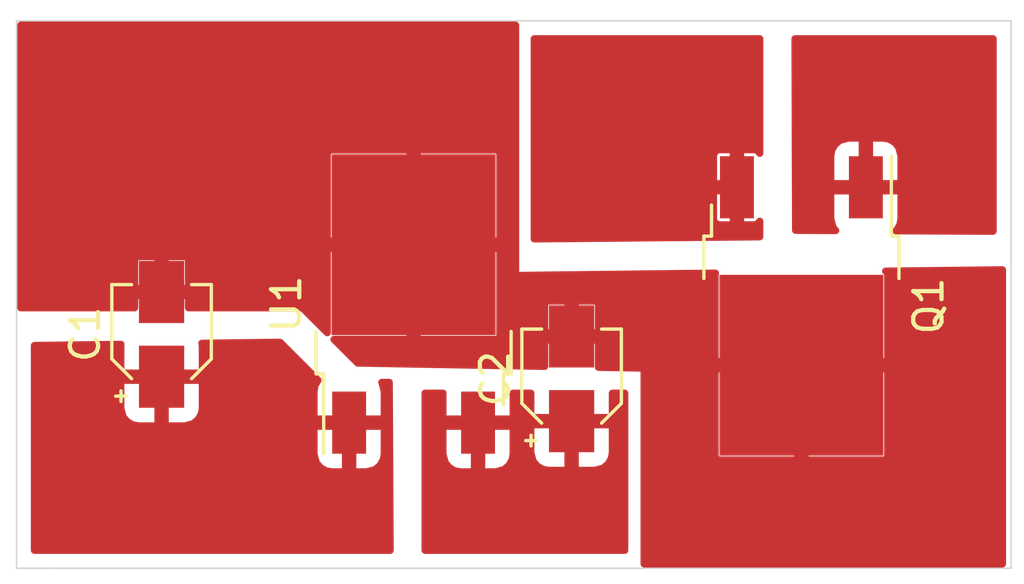
<source format=kicad_pcb>
(kicad_pcb (version 20200119) (host pcbnew "(5.99.0-1452-gb67f18b39)")

  (general
    (thickness 1.6)
    (drawings 6)
    (tracks 0)
    (modules 4)
    (nets 6)
  )

  (page "A4")
  (layers
    (0 "F.Cu" signal)
    (31 "B.Cu" signal)
    (32 "B.Adhes" user)
    (33 "F.Adhes" user)
    (34 "B.Paste" user)
    (35 "F.Paste" user)
    (36 "B.SilkS" user)
    (37 "F.SilkS" user)
    (38 "B.Mask" user)
    (39 "F.Mask" user)
    (40 "Dwgs.User" user)
    (41 "Cmts.User" user)
    (42 "Eco1.User" user)
    (43 "Eco2.User" user)
    (44 "Edge.Cuts" user)
    (45 "Margin" user)
    (46 "B.CrtYd" user)
    (47 "F.CrtYd" user)
    (48 "B.Fab" user)
    (49 "F.Fab" user)
  )

  (setup
    (last_trace_width 0.25)
    (trace_clearance 0.2)
    (zone_clearance 0.508)
    (zone_45_only no)
    (trace_min 0.2)
    (via_size 0.8)
    (via_drill 0.4)
    (via_min_size 0.4)
    (via_min_drill 0.3)
    (uvia_size 0.3)
    (uvia_drill 0.1)
    (uvias_allowed no)
    (uvia_min_size 0.2)
    (uvia_min_drill 0.1)
    (max_error 0.005)
    (defaults
      (edge_clearance 0.01)
      (edge_cuts_line_width 0.05)
      (courtyard_line_width 0.05)
      (copper_line_width 0.2)
      (copper_text_dims (size 1.5 1.5) (thickness 0.3))
      (silk_line_width 0.12)
      (silk_text_dims (size 1 1) (thickness 0.15))
      (other_layers_line_width 0.1)
      (other_layers_text_dims (size 1 1) (thickness 0.15))
      (dimension_units 0)
      (dimension_precision 1)
    )
    (pad_size 2.2 1.2)
    (pad_drill 0)
    (pad_to_mask_clearance 0.05)
    (aux_axis_origin 0 0)
    (visible_elements FFFFFF7F)
    (pcbplotparams
      (layerselection 0x01000_ffffffff)
      (usegerberextensions false)
      (usegerberattributes true)
      (usegerberadvancedattributes true)
      (creategerberjobfile true)
      (svguseinch false)
      (svgprecision 6)
      (excludeedgelayer true)
      (linewidth 0.100000)
      (plotframeref false)
      (viasonmask false)
      (mode 1)
      (useauxorigin false)
      (hpglpennumber 1)
      (hpglpenspeed 20)
      (hpglpendiameter 15.000000)
      (psnegative false)
      (psa4output false)
      (plotreference true)
      (plotvalue true)
      (plotinvisibletext false)
      (padsonsilk false)
      (subtractmaskfromsilk false)
      (outputformat 1)
      (mirror false)
      (drillshape 0)
      (scaleselection 1)
      (outputdirectory "Gerbers")
    )
  )

  (net 0 "")
  (net 1 "GND")
  (net 2 "+BATT")
  (net 3 "+5V")
  (net 4 "LOAD")
  (net 5 "PWM")

  (net_class "Default" "This is the default net class."
    (clearance 0.2)
    (trace_width 0.25)
    (via_dia 0.8)
    (via_drill 0.4)
    (uvia_dia 0.3)
    (uvia_drill 0.1)
    (add_net "+5V")
    (add_net "+BATT")
    (add_net "GND")
    (add_net "LOAD")
    (add_net "PWM")
  )

  (module "Package_TO_SOT_SMD:TO-252-2" (layer "F.Cu") (tedit 5A70A390) (tstamp a38922ab-7d44-4e2a-9e45-b207570dae5b)
    (at 152.8816 70.91 90)
    (descr "TO-252 / DPAK SMD package, http://www.infineon.com/cms/en/product/packages/PG-TO252/PG-TO252-3-1/")
    (tags "DPAK TO-252 DPAK-3 TO-252-3 SOT-428")
    (path "/00000000-0000-0000-0000-00005f23be29")
    (attr smd)
    (fp_text reference "U1" (at 0 -4.5 90) (layer "F.SilkS")
      (effects (font (size 1 1) (thickness 0.15)))
    )
    (fp_text value "LM7805CT_Obsolete" (at 0 4.5 90) (layer "F.Fab")
      (effects (font (size 1 1) (thickness 0.15)))
    )
    (fp_line (start 3.95 -2.7) (end 4.95 -2.7) (layer "F.Fab") (width 0.1))
    (fp_line (start 4.95 -2.7) (end 4.95 2.7) (layer "F.Fab") (width 0.1))
    (fp_line (start 4.95 2.7) (end 3.95 2.7) (layer "F.Fab") (width 0.1))
    (fp_line (start 3.95 -3.25) (end 3.95 3.25) (layer "F.Fab") (width 0.1))
    (fp_line (start 3.95 3.25) (end -2.27 3.25) (layer "F.Fab") (width 0.1))
    (fp_line (start -2.27 3.25) (end -2.27 -2.25) (layer "F.Fab") (width 0.1))
    (fp_line (start -2.27 -2.25) (end -1.27 -3.25) (layer "F.Fab") (width 0.1))
    (fp_line (start -1.27 -3.25) (end 3.95 -3.25) (layer "F.Fab") (width 0.1))
    (fp_line (start -1.865 -2.655) (end -4.97 -2.655) (layer "F.Fab") (width 0.1))
    (fp_line (start -4.97 -2.655) (end -4.97 -1.905) (layer "F.Fab") (width 0.1))
    (fp_line (start -4.97 -1.905) (end -2.27 -1.905) (layer "F.Fab") (width 0.1))
    (fp_line (start -2.27 1.905) (end -4.97 1.905) (layer "F.Fab") (width 0.1))
    (fp_line (start -4.97 1.905) (end -4.97 2.655) (layer "F.Fab") (width 0.1))
    (fp_line (start -4.97 2.655) (end -2.27 2.655) (layer "F.Fab") (width 0.1))
    (fp_line (start -0.97 -3.45) (end -2.47 -3.45) (layer "F.SilkS") (width 0.12))
    (fp_line (start -2.47 -3.45) (end -2.47 -3.18) (layer "F.SilkS") (width 0.12))
    (fp_line (start -2.47 -3.18) (end -5.3 -3.18) (layer "F.SilkS") (width 0.12))
    (fp_line (start -0.97 3.45) (end -2.47 3.45) (layer "F.SilkS") (width 0.12))
    (fp_line (start -2.47 3.45) (end -2.47 3.18) (layer "F.SilkS") (width 0.12))
    (fp_line (start -2.47 3.18) (end -3.57 3.18) (layer "F.SilkS") (width 0.12))
    (fp_line (start -5.55 -3.5) (end -5.55 3.5) (layer "F.CrtYd") (width 0.05))
    (fp_line (start -5.55 3.5) (end 5.55 3.5) (layer "F.CrtYd") (width 0.05))
    (fp_line (start 5.55 3.5) (end 5.55 -3.5) (layer "F.CrtYd") (width 0.05))
    (fp_line (start 5.55 -3.5) (end -5.55 -3.5) (layer "F.CrtYd") (width 0.05))
    (fp_text user "${REFERENCE}" (at 0 0 90) (layer "F.Fab")
      (effects (font (size 1 1) (thickness 0.15)))
    )
    (pad "" smd rect (at 0.425 1.525 90) (size 3.05 2.75) (layers "F.Paste") (tstamp e28b64cf-8ceb-4117-98fe-ab7923ba2fd3))
    (pad "" smd rect (at 3.775 -1.525 90) (size 3.05 2.75) (layers "F.Paste") (tstamp 9d7b78ca-f841-4a2f-b5d7-e86f760a054b))
    (pad "" smd rect (at 0.425 -1.525 90) (size 3.05 2.75) (layers "F.Paste") (tstamp 64d159ec-ec5d-4359-acac-ac017c23f889))
    (pad "" smd rect (at 3.775 1.525 90) (size 3.05 2.75) (layers "F.Paste") (tstamp 2443d35a-b072-437a-a43b-575d3305e584))
    (pad "2" smd rect (at 2.1 0 90) (size 6.4 5.8) (layers "F.Cu" "F.Mask")
      (net 1 "GND") (pinfunction "GND") (tstamp 5293ba26-d795-439b-a8d1-be08ee209fc3))
    (pad "3" smd rect (at -4.2 2.28 90) (size 2.2 1.2) (layers "F.Cu" "F.Paste" "F.Mask")
      (net 3 "+5V") (pinfunction "OUT") (tstamp 7c0e06cf-12fd-48ac-bad7-02dc9773945d))
    (pad "1" smd rect (at -4.2 -2.28 90) (size 2.2 1.2) (layers "F.Cu" "F.Paste" "F.Mask")
      (net 2 "+BATT") (pinfunction "IN") (tstamp a6834562-2ae4-48ac-8cdc-fc9af321c1e0))
    (model "${KISYS3DMOD}/Package_TO_SOT_SMD.3dshapes/TO-252-2.wrl"
      (at (xyz 0 0 0))
      (scale (xyz 1 1 1))
      (rotate (xyz 0 0 0))
    )
  )

  (module "Package_TO_SOT_SMD:TO-252-2" (layer "F.Cu") (tedit 5F1B3700) (tstamp 69c0e4dc-7e46-4391-8ea7-d180f9a90f9a)
    (at 166.5996 70.9772 -90)
    (descr "TO-252 / DPAK SMD package, http://www.infineon.com/cms/en/product/packages/PG-TO252/PG-TO252-3-1/")
    (tags "DPAK TO-252 DPAK-3 TO-252-3 SOT-428")
    (path "/00000000-0000-0000-0000-00005f23e866")
    (attr smd)
    (fp_text reference "Q1" (at 0 -4.5 90) (layer "F.SilkS")
      (effects (font (size 1 1) (thickness 0.15)))
    )
    (fp_text value "Q_NMOS_GSD" (at 0 4.5 90) (layer "F.Fab")
      (effects (font (size 1 1) (thickness 0.15)))
    )
    (fp_line (start 3.95 -2.7) (end 4.95 -2.7) (layer "F.Fab") (width 0.1))
    (fp_line (start 4.95 -2.7) (end 4.95 2.7) (layer "F.Fab") (width 0.1))
    (fp_line (start 4.95 2.7) (end 3.95 2.7) (layer "F.Fab") (width 0.1))
    (fp_line (start 3.95 -3.25) (end 3.95 3.25) (layer "F.Fab") (width 0.1))
    (fp_line (start 3.95 3.25) (end -2.27 3.25) (layer "F.Fab") (width 0.1))
    (fp_line (start -2.27 3.25) (end -2.27 -2.25) (layer "F.Fab") (width 0.1))
    (fp_line (start -2.27 -2.25) (end -1.27 -3.25) (layer "F.Fab") (width 0.1))
    (fp_line (start -1.27 -3.25) (end 3.95 -3.25) (layer "F.Fab") (width 0.1))
    (fp_line (start -1.865 -2.655) (end -4.97 -2.655) (layer "F.Fab") (width 0.1))
    (fp_line (start -4.97 -2.655) (end -4.97 -1.905) (layer "F.Fab") (width 0.1))
    (fp_line (start -4.97 -1.905) (end -2.27 -1.905) (layer "F.Fab") (width 0.1))
    (fp_line (start -2.27 1.905) (end -4.97 1.905) (layer "F.Fab") (width 0.1))
    (fp_line (start -4.97 1.905) (end -4.97 2.655) (layer "F.Fab") (width 0.1))
    (fp_line (start -4.97 2.655) (end -2.27 2.655) (layer "F.Fab") (width 0.1))
    (fp_line (start -0.97 -3.45) (end -2.47 -3.45) (layer "F.SilkS") (width 0.12))
    (fp_line (start -2.47 -3.45) (end -2.47 -3.18) (layer "F.SilkS") (width 0.12))
    (fp_line (start -2.47 -3.18) (end -5.3 -3.18) (layer "F.SilkS") (width 0.12))
    (fp_line (start -0.97 3.45) (end -2.47 3.45) (layer "F.SilkS") (width 0.12))
    (fp_line (start -2.47 3.45) (end -2.47 3.18) (layer "F.SilkS") (width 0.12))
    (fp_line (start -2.47 3.18) (end -3.57 3.18) (layer "F.SilkS") (width 0.12))
    (fp_line (start -5.55 -3.5) (end -5.55 3.5) (layer "F.CrtYd") (width 0.05))
    (fp_line (start -5.55 3.5) (end 5.55 3.5) (layer "F.CrtYd") (width 0.05))
    (fp_line (start 5.55 3.5) (end 5.55 -3.5) (layer "F.CrtYd") (width 0.05))
    (fp_line (start 5.55 -3.5) (end -5.55 -3.5) (layer "F.CrtYd") (width 0.05))
    (fp_text user "${REFERENCE}" (at 0 0 90) (layer "F.Fab")
      (effects (font (size 1 1) (thickness 0.15)))
    )
    (pad "" smd rect (at 0.425 1.525 270) (size 3.05 2.75) (layers "F.Paste") (tstamp e28b64cf-8ceb-4117-98fe-ab7923ba2fd3))
    (pad "" smd rect (at 3.775 -1.525 270) (size 3.05 2.75) (layers "F.Paste") (tstamp 9d7b78ca-f841-4a2f-b5d7-e86f760a054b))
    (pad "" smd rect (at 0.425 -1.525 270) (size 3.05 2.75) (layers "F.Paste") (tstamp 64d159ec-ec5d-4359-acac-ac017c23f889))
    (pad "" smd rect (at 3.775 1.525 270) (size 3.05 2.75) (layers "F.Paste") (tstamp 2443d35a-b072-437a-a43b-575d3305e584))
    (pad "2" smd rect (at 2.1 0 270) (size 6.4 5.8) (layers "F.Cu" "F.Mask")
      (net 1 "GND") (pinfunction "S") (tstamp 5293ba26-d795-439b-a8d1-be08ee209fc3))
    (pad "3" smd rect (at -4.2 2.28 270) (size 2.2 1.2) (layers "F.Cu" "F.Paste" "F.Mask")
      (net 4 "LOAD") (pinfunction "D") (tstamp 7c0e06cf-12fd-48ac-bad7-02dc9773945d))
    (pad "1" smd rect (at -4.2 -2.28 270) (size 2.2 1.2) (layers "F.Cu" "F.Paste" "F.Mask")
      (net 5 "PWM") (pinfunction "G") (tstamp a6834562-2ae4-48ac-8cdc-fc9af321c1e0))
    (model "${KISYS3DMOD}/Package_TO_SOT_SMD.3dshapes/TO-252-2.wrl"
      (at (xyz 0 0 0))
      (scale (xyz 1 1 1))
      (rotate (xyz 0 0 0))
    )
  )

  (module "Capacitor_SMD:CP_Elec_3x5.3" (layer "F.Cu") (tedit 5B303299) (tstamp a9347a9b-8eb8-4b38-8656-d7ba6d5589c3)
    (at 158.4706 73.557 90)
    (descr "SMT capacitor, aluminium electrolytic, 3x5.3, Cornell Dubilier Electronics ")
    (tags "Capacitor Electrolytic")
    (path "/00000000-0000-0000-0000-00005f23d326")
    (attr smd)
    (fp_text reference "C2" (at 0 -2.7 90) (layer "F.SilkS")
      (effects (font (size 1 1) (thickness 0.15)))
    )
    (fp_text value "CP1_Small" (at 0 2.7 90) (layer "F.Fab")
      (effects (font (size 1 1) (thickness 0.15)))
    )
    (fp_circle (center 0 0) (end 1.5 0) (layer "F.Fab") (width 0.1))
    (fp_line (start 1.65 -1.65) (end 1.65 1.65) (layer "F.Fab") (width 0.1))
    (fp_line (start -0.825 -1.65) (end 1.65 -1.65) (layer "F.Fab") (width 0.1))
    (fp_line (start -0.825 1.65) (end 1.65 1.65) (layer "F.Fab") (width 0.1))
    (fp_line (start -1.65 -0.825) (end -1.65 0.825) (layer "F.Fab") (width 0.1))
    (fp_line (start -1.65 -0.825) (end -0.825 -1.65) (layer "F.Fab") (width 0.1))
    (fp_line (start -1.65 0.825) (end -0.825 1.65) (layer "F.Fab") (width 0.1))
    (fp_line (start -1.110469 -0.8) (end -0.810469 -0.8) (layer "F.Fab") (width 0.1))
    (fp_line (start -0.960469 -0.95) (end -0.960469 -0.65) (layer "F.Fab") (width 0.1))
    (fp_line (start 1.76 1.76) (end 1.76 1.06) (layer "F.SilkS") (width 0.12))
    (fp_line (start 1.76 -1.76) (end 1.76 -1.06) (layer "F.SilkS") (width 0.12))
    (fp_line (start -0.870563 -1.76) (end 1.76 -1.76) (layer "F.SilkS") (width 0.12))
    (fp_line (start -0.870563 1.76) (end 1.76 1.76) (layer "F.SilkS") (width 0.12))
    (fp_line (start -1.570563 -1.06) (end -0.870563 -1.76) (layer "F.SilkS") (width 0.12))
    (fp_line (start -1.570563 1.06) (end -0.870563 1.76) (layer "F.SilkS") (width 0.12))
    (fp_line (start -2.375 -1.435) (end -2 -1.435) (layer "F.SilkS") (width 0.12))
    (fp_line (start -2.1875 -1.6225) (end -2.1875 -1.2475) (layer "F.SilkS") (width 0.12))
    (fp_line (start 1.9 -1.9) (end 1.9 -1.05) (layer "F.CrtYd") (width 0.05))
    (fp_line (start 1.9 -1.05) (end 2.85 -1.05) (layer "F.CrtYd") (width 0.05))
    (fp_line (start 2.85 -1.05) (end 2.85 1.05) (layer "F.CrtYd") (width 0.05))
    (fp_line (start 2.85 1.05) (end 1.9 1.05) (layer "F.CrtYd") (width 0.05))
    (fp_line (start 1.9 1.05) (end 1.9 1.9) (layer "F.CrtYd") (width 0.05))
    (fp_line (start -0.93 1.9) (end 1.9 1.9) (layer "F.CrtYd") (width 0.05))
    (fp_line (start -0.93 -1.9) (end 1.9 -1.9) (layer "F.CrtYd") (width 0.05))
    (fp_line (start -1.78 1.05) (end -0.93 1.9) (layer "F.CrtYd") (width 0.05))
    (fp_line (start -1.78 -1.05) (end -0.93 -1.9) (layer "F.CrtYd") (width 0.05))
    (fp_line (start -1.78 -1.05) (end -2.85 -1.05) (layer "F.CrtYd") (width 0.05))
    (fp_line (start -2.85 -1.05) (end -2.85 1.05) (layer "F.CrtYd") (width 0.05))
    (fp_line (start -2.85 1.05) (end -1.78 1.05) (layer "F.CrtYd") (width 0.05))
    (fp_text user "${REFERENCE}" (at 0 0 90) (layer "F.Fab")
      (effects (font (size 0.6 0.6) (thickness 0.09)))
    )
    (pad "2" smd rect (at 1.5 0 90) (size 2.2 1.6) (layers "F.Cu" "F.Paste" "F.Mask")
      (net 1 "GND") (tstamp 90cb4a33-478a-4f38-b423-1471f1289472))
    (pad "1" smd rect (at -1.5 0 90) (size 2.2 1.6) (layers "F.Cu" "F.Paste" "F.Mask")
      (net 3 "+5V") (tstamp 509153f5-3670-4a68-a086-80466a40674c))
    (model "${KISYS3DMOD}/Capacitor_SMD.3dshapes/CP_Elec_3x5.3.wrl"
      (at (xyz 0 0 0))
      (scale (xyz 1 1 1))
      (rotate (xyz 0 0 0))
    )
  )

  (module "Capacitor_SMD:CP_Elec_3x5.3" (layer "F.Cu") (tedit 5B303299) (tstamp 90fe691e-7de0-4fbb-be25-a7fb16f94e9f)
    (at 143.9672 71.9836 90)
    (descr "SMT capacitor, aluminium electrolytic, 3x5.3, Cornell Dubilier Electronics ")
    (tags "Capacitor Electrolytic")
    (path "/00000000-0000-0000-0000-00005f23c560")
    (attr smd)
    (fp_text reference "C1" (at 0 -2.7 90) (layer "F.SilkS")
      (effects (font (size 1 1) (thickness 0.15)))
    )
    (fp_text value "CP1_Small" (at 0 2.7 90) (layer "F.Fab")
      (effects (font (size 1 1) (thickness 0.15)))
    )
    (fp_circle (center 0 0) (end 1.5 0) (layer "F.Fab") (width 0.1))
    (fp_line (start 1.65 -1.65) (end 1.65 1.65) (layer "F.Fab") (width 0.1))
    (fp_line (start -0.825 -1.65) (end 1.65 -1.65) (layer "F.Fab") (width 0.1))
    (fp_line (start -0.825 1.65) (end 1.65 1.65) (layer "F.Fab") (width 0.1))
    (fp_line (start -1.65 -0.825) (end -1.65 0.825) (layer "F.Fab") (width 0.1))
    (fp_line (start -1.65 -0.825) (end -0.825 -1.65) (layer "F.Fab") (width 0.1))
    (fp_line (start -1.65 0.825) (end -0.825 1.65) (layer "F.Fab") (width 0.1))
    (fp_line (start -1.110469 -0.8) (end -0.810469 -0.8) (layer "F.Fab") (width 0.1))
    (fp_line (start -0.960469 -0.95) (end -0.960469 -0.65) (layer "F.Fab") (width 0.1))
    (fp_line (start 1.76 1.76) (end 1.76 1.06) (layer "F.SilkS") (width 0.12))
    (fp_line (start 1.76 -1.76) (end 1.76 -1.06) (layer "F.SilkS") (width 0.12))
    (fp_line (start -0.870563 -1.76) (end 1.76 -1.76) (layer "F.SilkS") (width 0.12))
    (fp_line (start -0.870563 1.76) (end 1.76 1.76) (layer "F.SilkS") (width 0.12))
    (fp_line (start -1.570563 -1.06) (end -0.870563 -1.76) (layer "F.SilkS") (width 0.12))
    (fp_line (start -1.570563 1.06) (end -0.870563 1.76) (layer "F.SilkS") (width 0.12))
    (fp_line (start -2.375 -1.435) (end -2 -1.435) (layer "F.SilkS") (width 0.12))
    (fp_line (start -2.1875 -1.6225) (end -2.1875 -1.2475) (layer "F.SilkS") (width 0.12))
    (fp_line (start 1.9 -1.9) (end 1.9 -1.05) (layer "F.CrtYd") (width 0.05))
    (fp_line (start 1.9 -1.05) (end 2.85 -1.05) (layer "F.CrtYd") (width 0.05))
    (fp_line (start 2.85 -1.05) (end 2.85 1.05) (layer "F.CrtYd") (width 0.05))
    (fp_line (start 2.85 1.05) (end 1.9 1.05) (layer "F.CrtYd") (width 0.05))
    (fp_line (start 1.9 1.05) (end 1.9 1.9) (layer "F.CrtYd") (width 0.05))
    (fp_line (start -0.93 1.9) (end 1.9 1.9) (layer "F.CrtYd") (width 0.05))
    (fp_line (start -0.93 -1.9) (end 1.9 -1.9) (layer "F.CrtYd") (width 0.05))
    (fp_line (start -1.78 1.05) (end -0.93 1.9) (layer "F.CrtYd") (width 0.05))
    (fp_line (start -1.78 -1.05) (end -0.93 -1.9) (layer "F.CrtYd") (width 0.05))
    (fp_line (start -1.78 -1.05) (end -2.85 -1.05) (layer "F.CrtYd") (width 0.05))
    (fp_line (start -2.85 -1.05) (end -2.85 1.05) (layer "F.CrtYd") (width 0.05))
    (fp_line (start -2.85 1.05) (end -1.78 1.05) (layer "F.CrtYd") (width 0.05))
    (fp_text user "${REFERENCE}" (at 0 0 90) (layer "F.Fab")
      (effects (font (size 0.6 0.6) (thickness 0.09)))
    )
    (pad "2" smd rect (at 1.5 0 90) (size 2.2 1.6) (layers "F.Cu" "F.Paste" "F.Mask")
      (net 1 "GND") (tstamp 90cb4a33-478a-4f38-b423-1471f1289472))
    (pad "1" smd rect (at -1.5 0 90) (size 2.2 1.6) (layers "F.Cu" "F.Paste" "F.Mask")
      (net 2 "+BATT") (tstamp 509153f5-3670-4a68-a086-80466a40674c))
    (model "${KISYS3DMOD}/Capacitor_SMD.3dshapes/CP_Elec_3x5.3.wrl"
      (at (xyz 0 0 0))
      (scale (xyz 1 1 1))
      (rotate (xyz 0 0 0))
    )
  )

  (gr_line (start 138.8364 60.8838) (end 139.3444 60.8838) (layer "Edge.Cuts") (width 0.05) (tstamp 7812a8d2-00c0-49bb-adde-1417bff791ea))
  (gr_line (start 138.8364 80.264) (end 138.8364 60.8838) (layer "Edge.Cuts") (width 0.05) (tstamp 2e289a7a-487f-4707-8d54-70ebd7cdb4a6))
  (gr_line (start 140.0302 80.264) (end 138.8364 80.264) (layer "Edge.Cuts") (width 0.05) (tstamp 8f461f99-a6ca-4a1f-8dd4-17e994bd4cdd))
  (gr_line (start 174.0154 80.264) (end 140.0302 80.264) (layer "Edge.Cuts") (width 0.05) (tstamp 609f3bc0-270c-487b-8ab7-0933a1d439a9))
  (gr_line (start 174.0154 60.8838) (end 174.0154 80.264) (layer "Edge.Cuts") (width 0.05) (tstamp dd40ecac-9026-4793-b60b-22a94113c187))
  (gr_line (start 139.3444 60.8838) (end 174.0154 60.8838) (layer "Edge.Cuts") (width 0.05) (tstamp 60fc42a5-79e7-4f10-8b9c-f709ea609dad))

  (zone (net 3) (net_name "+5V") (layer "F.Cu") (tstamp 2523780e-d7c7-468d-9cf1-1842a724a9a0) (hatch edge 0.508)
    (connect_pads (clearance 0.508))
    (min_thickness 0.254)
    (fill yes (thermal_gap 0.508) (thermal_bridge_width 0.508))
    (polygon
      (pts
        (xy 160.4772 79.9084) (xy 153.162 79.9084) (xy 153.162 73.9394) (xy 160.4772 73.9394)
      )
    )
    (filled_polygon
      (pts
        (xy 153.919763 74.908191) (xy 153.993572 74.982) (xy 154.959792 74.982001) (xy 154.959793 74.982) (xy 156.329628 74.982001)
        (xy 156.403437 74.908192) (xy 156.403437 74.0654) (xy 157.028763 74.0654) (xy 157.028763 74.855191) (xy 157.102572 74.929)
        (xy 158.268792 74.929001) (xy 158.268793 74.929) (xy 159.838628 74.929001) (xy 159.912437 74.855192) (xy 159.912437 74.0654)
        (xy 160.3512 74.0654) (xy 160.3512 79.63) (xy 153.288 79.63) (xy 153.288 75.311808) (xy 153.919763 75.311808)
        (xy 153.919763 76.218258) (xy 153.921919 76.234634) (xy 153.996737 76.513859) (xy 154.00948 76.538339) (xy 154.14059 76.69459)
        (xy 154.157479 76.708761) (xy 154.33172 76.809359) (xy 154.352437 76.8169) (xy 154.545138 76.850878) (xy 154.556099 76.851837)
        (xy 154.959791 76.851837) (xy 155.0336 76.778028) (xy 155.289599 76.778028) (xy 155.363408 76.851837) (xy 155.769858 76.851837)
        (xy 155.786234 76.849681) (xy 156.065459 76.774863) (xy 156.089939 76.76212) (xy 156.24619 76.63101) (xy 156.260361 76.614121)
        (xy 156.360959 76.43988) (xy 156.3685 76.419163) (xy 156.402478 76.226462) (xy 156.403437 76.215501) (xy 156.403437 75.311809)
        (xy 156.350436 75.258808) (xy 157.028763 75.258808) (xy 157.028763 76.165258) (xy 157.030919 76.181634) (xy 157.105737 76.460859)
        (xy 157.11848 76.485339) (xy 157.24959 76.64159) (xy 157.266479 76.655761) (xy 157.44072 76.756359) (xy 157.461437 76.7639)
        (xy 157.654138 76.797878) (xy 157.665099 76.798837) (xy 158.268791 76.798837) (xy 158.3426 76.725028) (xy 158.598599 76.725028)
        (xy 158.672408 76.798837) (xy 159.278858 76.798837) (xy 159.295234 76.796681) (xy 159.574459 76.721863) (xy 159.598939 76.70912)
        (xy 159.75519 76.57801) (xy 159.769361 76.561121) (xy 159.869959 76.38688) (xy 159.8775 76.366163) (xy 159.911478 76.173462)
        (xy 159.912437 76.162501) (xy 159.912437 75.258809) (xy 159.838628 75.185) (xy 158.672409 75.184999) (xy 158.5986 75.258808)
        (xy 158.598599 76.725028) (xy 158.3426 76.725028) (xy 158.342601 75.258809) (xy 158.268792 75.185) (xy 157.102572 75.184999)
        (xy 157.028763 75.258808) (xy 156.350436 75.258808) (xy 156.329628 75.238) (xy 155.363409 75.237999) (xy 155.2896 75.311808)
        (xy 155.289599 76.778028) (xy 155.0336 76.778028) (xy 155.033601 75.311809) (xy 154.959792 75.238) (xy 153.993572 75.237999)
        (xy 153.919763 75.311808) (xy 153.288 75.311808) (xy 153.288 74.0654) (xy 153.919763 74.0654)
      )
    )
  )
  (zone (net 2) (net_name "+BATT") (layer "F.Cu") (tstamp 6dc27299-7e78-432b-874b-8f0a13a17758) (hatch edge 0.508)
    (connect_pads (clearance 0.508))
    (min_thickness 0.254)
    (fill yes (thermal_gap 0.508) (thermal_bridge_width 0.508))
    (polygon
      (pts
        (xy 149.6314 73.5584) (xy 152.146 73.5584) (xy 152.184314 80.708426) (xy 138.645687 80.835575) (xy 138.6078 72.262855)
        (xy 148.209 72.136)
      )
    )
    (filled_polygon
      (pts
        (xy 149.502052 73.607243) (xy 149.402241 73.78012) (xy 149.3947 73.800837) (xy 149.360722 73.993538) (xy 149.359763 74.004499)
        (xy 149.359763 74.908191) (xy 149.433572 74.982) (xy 150.399792 74.982001) (xy 150.399793 74.982) (xy 151.769628 74.982001)
        (xy 151.843437 74.908192) (xy 151.843437 74.001742) (xy 151.841281 73.985366) (xy 151.766463 73.706142) (xy 151.755145 73.6844)
        (xy 152.020674 73.6844) (xy 152.052533 79.63) (xy 139.4704 79.63) (xy 139.4704 75.311808) (xy 149.359763 75.311808)
        (xy 149.359763 76.218258) (xy 149.361919 76.234634) (xy 149.436737 76.513859) (xy 149.44948 76.538339) (xy 149.58059 76.69459)
        (xy 149.597479 76.708761) (xy 149.77172 76.809359) (xy 149.792437 76.8169) (xy 149.985138 76.850878) (xy 149.996099 76.851837)
        (xy 150.399791 76.851837) (xy 150.4736 76.778028) (xy 150.729599 76.778028) (xy 150.803408 76.851837) (xy 151.209858 76.851837)
        (xy 151.226234 76.849681) (xy 151.505459 76.774863) (xy 151.529939 76.76212) (xy 151.68619 76.63101) (xy 151.700361 76.614121)
        (xy 151.800959 76.43988) (xy 151.8085 76.419163) (xy 151.842478 76.226462) (xy 151.843437 76.215501) (xy 151.843437 75.311809)
        (xy 151.769628 75.238) (xy 150.803409 75.237999) (xy 150.7296 75.311808) (xy 150.729599 76.778028) (xy 150.4736 76.778028)
        (xy 150.473601 75.311809) (xy 150.399792 75.238) (xy 149.433572 75.237999) (xy 149.359763 75.311808) (xy 139.4704 75.311808)
        (xy 139.4704 73.685408) (xy 142.525363 73.685408) (xy 142.525363 74.591858) (xy 142.527519 74.608234) (xy 142.602337 74.887459)
        (xy 142.61508 74.911939) (xy 142.74619 75.06819) (xy 142.763079 75.082361) (xy 142.93732 75.182959) (xy 142.958037 75.1905)
        (xy 143.150738 75.224478) (xy 143.161699 75.225437) (xy 143.765391 75.225437) (xy 143.8392 75.151628) (xy 144.095199 75.151628)
        (xy 144.169008 75.225437) (xy 144.775458 75.225437) (xy 144.791834 75.223281) (xy 145.071059 75.148463) (xy 145.095539 75.13572)
        (xy 145.25179 75.00461) (xy 145.265961 74.987721) (xy 145.366559 74.81348) (xy 145.3741 74.792763) (xy 145.408078 74.600062)
        (xy 145.409037 74.589101) (xy 145.409037 73.685409) (xy 145.335228 73.6116) (xy 144.169009 73.611599) (xy 144.0952 73.685408)
        (xy 144.095199 75.151628) (xy 143.8392 75.151628) (xy 143.839201 73.685409) (xy 143.765392 73.6116) (xy 142.599172 73.611599)
        (xy 142.525363 73.685408) (xy 139.4704 73.685408) (xy 139.4704 72.377469) (xy 142.531632 72.337023) (xy 142.526322 72.367138)
        (xy 142.525363 72.378099) (xy 142.525363 73.281791) (xy 142.599172 73.3556) (xy 143.765392 73.355601) (xy 143.765393 73.3556)
        (xy 145.335228 73.355601) (xy 145.409037 73.281792) (xy 145.409037 72.375342) (xy 145.406881 72.358966) (xy 145.390879 72.299245)
        (xy 148.157501 72.262691)
      )
    )
  )
  (zone (net 5) (net_name "PWM") (layer "F.Cu") (tstamp da0d6652-e31f-442b-b1aa-47ab51474bfe) (hatch edge 0.508)
    (connect_pads (clearance 0.508))
    (min_thickness 0.254)
    (fill yes (thermal_gap 0.508) (thermal_bridge_width 0.508))
    (polygon
      (pts
        (xy 174.4853 68.4657) (xy 166.2684 68.4276) (xy 166.243 60.4266) (xy 174.4599 60.4647)
      )
    )
    (filled_polygon
      (pts
        (xy 173.3814 68.33458) (xy 169.939864 68.318622) (xy 169.96419 68.29821) (xy 169.978361 68.281321) (xy 170.078959 68.10708)
        (xy 170.0865 68.086363) (xy 170.120478 67.893662) (xy 170.121437 67.882701) (xy 170.121437 66.979009) (xy 170.047628 66.9052)
        (xy 169.081408 66.905199) (xy 169.081407 66.9052) (xy 167.711572 66.905199) (xy 167.637763 66.979008) (xy 167.637763 67.885458)
        (xy 167.639919 67.901834) (xy 167.714737 68.181059) (xy 167.72748 68.205539) (xy 167.814097 68.308765) (xy 166.394002 68.302181)
        (xy 166.385652 65.671699) (xy 167.637763 65.671699) (xy 167.637763 66.575391) (xy 167.711572 66.6492) (xy 168.677791 66.649201)
        (xy 168.7516 66.575392) (xy 168.7516 66.575391) (xy 169.007599 66.575391) (xy 169.081408 66.6492) (xy 170.047628 66.649201)
        (xy 170.121437 66.575392) (xy 170.121437 65.668942) (xy 170.119281 65.652566) (xy 170.044463 65.373342) (xy 170.03172 65.348862)
        (xy 169.90061 65.19261) (xy 169.883721 65.178439) (xy 169.70948 65.077841) (xy 169.688763 65.0703) (xy 169.496062 65.036322)
        (xy 169.485101 65.035363) (xy 169.081409 65.035363) (xy 169.0076 65.109172) (xy 169.007599 66.575391) (xy 168.7516 66.575391)
        (xy 168.751601 65.109172) (xy 168.677792 65.035363) (xy 168.271342 65.035363) (xy 168.254966 65.037519) (xy 167.975742 65.112337)
        (xy 167.951262 65.12508) (xy 167.79501 65.25619) (xy 167.780839 65.273079) (xy 167.680241 65.44732) (xy 167.6727 65.468037)
        (xy 167.638722 65.660738) (xy 167.637763 65.671699) (xy 166.385652 65.671699) (xy 166.372464 61.5178) (xy 173.3814 61.5178)
      )
    )
  )
  (zone (net 1) (net_name "GND") (layer "F.Cu") (tstamp 49393214-ae5d-4004-9bca-65be846ccc08) (hatch edge 0.508)
    (connect_pads (clearance 0.0254))
    (min_thickness 0.254)
    (fill yes (thermal_gap 0.0254) (thermal_bridge_width 0.508))
    (polygon
      (pts
        (xy 156.6164 69.770573) (xy 173.8376 69.5706) (xy 173.8376 80.391) (xy 160.909 80.391) (xy 160.909 73.3044)
        (xy 150.8506 73.1266) (xy 148.8948 71.1708) (xy 138.2522 71.1708) (xy 138.2522 60.1472) (xy 156.6164 60.277427)
      )
    )
    (filled_polygon
      (pts
        (xy 156.4904 69.823193) (xy 156.565247 69.897175) (xy 163.560558 69.815946) (xy 163.554514 69.83054) (xy 163.548915 69.858693)
        (xy 163.547702 69.871011) (xy 163.547702 72.875391) (xy 163.621511 72.9492) (xy 166.397792 72.949201) (xy 166.397793 72.9492)
        (xy 169.577689 72.949201) (xy 169.651498 72.875392) (xy 169.651498 69.871011) (xy 169.650285 69.858693) (xy 169.644686 69.83054)
        (xy 169.635188 69.807607) (xy 169.615784 69.778567) (xy 169.598233 69.761016) (xy 169.575903 69.746096) (xy 173.7116 69.698072)
        (xy 173.7116 80.1126) (xy 161.035 80.1126) (xy 161.035 73.279008) (xy 163.547702 73.279008) (xy 163.547702 76.283389)
        (xy 163.548915 76.295707) (xy 163.554514 76.32386) (xy 163.564012 76.346793) (xy 163.583416 76.375833) (xy 163.600967 76.393384)
        (xy 163.630007 76.412788) (xy 163.65294 76.422286) (xy 163.681093 76.427885) (xy 163.693411 76.429098) (xy 166.397791 76.429098)
        (xy 166.4716 76.355289) (xy 166.727599 76.355289) (xy 166.801408 76.429098) (xy 169.505789 76.429098) (xy 169.518107 76.427885)
        (xy 169.54626 76.422286) (xy 169.569193 76.412788) (xy 169.598233 76.393384) (xy 169.615784 76.375833) (xy 169.635188 76.346793)
        (xy 169.644686 76.32386) (xy 169.650285 76.295707) (xy 169.651498 76.283389) (xy 169.651498 73.279009) (xy 169.577689 73.2052)
        (xy 166.801409 73.205199) (xy 166.7276 73.279008) (xy 166.727599 76.355289) (xy 166.4716 76.355289) (xy 166.471601 73.279009)
        (xy 166.397792 73.2052) (xy 163.621511 73.205199) (xy 163.547702 73.279008) (xy 161.035 73.279008) (xy 161.035 73.25286)
        (xy 160.962759 73.179331) (xy 159.422498 73.152104) (xy 159.422498 72.258809) (xy 159.348689 72.185) (xy 158.672408 72.184999)
        (xy 158.672407 72.185) (xy 157.592511 72.184999) (xy 157.518702 72.258808) (xy 157.518702 73.118451) (xy 150.903709 73.001519)
        (xy 150.064088 72.161898) (xy 152.679791 72.161898) (xy 152.7536 72.088089) (xy 153.009599 72.088089) (xy 153.083408 72.161898)
        (xy 155.787789 72.161898) (xy 155.800107 72.160685) (xy 155.82826 72.155086) (xy 155.851193 72.145588) (xy 155.880233 72.126184)
        (xy 155.897784 72.108633) (xy 155.917188 72.079593) (xy 155.926686 72.05666) (xy 155.932285 72.028507) (xy 155.933498 72.016189)
        (xy 155.933498 70.950811) (xy 157.518702 70.950811) (xy 157.518702 71.855191) (xy 157.592511 71.929) (xy 158.268791 71.929001)
        (xy 158.3426 71.855192) (xy 158.3426 71.855191) (xy 158.598599 71.855191) (xy 158.672408 71.929) (xy 159.348689 71.929001)
        (xy 159.422498 71.855192) (xy 159.422498 70.950811) (xy 159.421285 70.938493) (xy 159.415686 70.91034) (xy 159.406188 70.887407)
        (xy 159.386784 70.858367) (xy 159.369233 70.840816) (xy 159.340193 70.821412) (xy 159.31726 70.811914) (xy 159.289107 70.806315)
        (xy 159.276789 70.805102) (xy 158.672409 70.805102) (xy 158.5986 70.878911) (xy 158.598599 71.855191) (xy 158.3426 71.855191)
        (xy 158.342601 70.878911) (xy 158.268792 70.805102) (xy 157.664411 70.805102) (xy 157.652093 70.806315) (xy 157.62394 70.811914)
        (xy 157.601007 70.821412) (xy 157.571967 70.840816) (xy 157.554416 70.858367) (xy 157.535012 70.887407) (xy 157.525514 70.91034)
        (xy 157.519915 70.938493) (xy 157.518702 70.950811) (xy 155.933498 70.950811) (xy 155.933498 69.011809) (xy 155.859689 68.938)
        (xy 153.083409 68.937999) (xy 153.0096 69.011808) (xy 153.009599 72.088089) (xy 152.7536 72.088089) (xy 152.753601 69.011809)
        (xy 152.679792 68.938) (xy 149.903511 68.937999) (xy 149.829702 69.011808) (xy 149.829702 71.927511) (xy 148.966173 71.063982)
        (xy 148.919863 71.0448) (xy 144.919098 71.0448) (xy 144.919098 70.685409) (xy 144.845289 70.6116) (xy 144.169008 70.611599)
        (xy 144.169007 70.6116) (xy 143.089111 70.611599) (xy 143.015302 70.685408) (xy 143.015302 71.0448) (xy 138.9878 71.0448)
        (xy 138.9878 69.377411) (xy 143.015302 69.377411) (xy 143.015302 70.281791) (xy 143.089111 70.3556) (xy 143.765391 70.355601)
        (xy 143.8392 70.281792) (xy 143.8392 70.281791) (xy 144.095199 70.281791) (xy 144.169008 70.3556) (xy 144.845289 70.355601)
        (xy 144.919098 70.281792) (xy 144.919098 69.377411) (xy 144.917885 69.365093) (xy 144.912286 69.33694) (xy 144.902788 69.314007)
        (xy 144.883384 69.284967) (xy 144.865833 69.267416) (xy 144.836793 69.248012) (xy 144.81386 69.238514) (xy 144.785707 69.232915)
        (xy 144.773389 69.231702) (xy 144.169009 69.231702) (xy 144.0952 69.305511) (xy 144.095199 70.281791) (xy 143.8392 70.281791)
        (xy 143.839201 69.305511) (xy 143.765392 69.231702) (xy 143.161011 69.231702) (xy 143.148693 69.232915) (xy 143.12054 69.238514)
        (xy 143.097607 69.248012) (xy 143.068567 69.267416) (xy 143.051016 69.284967) (xy 143.031612 69.314007) (xy 143.022114 69.33694)
        (xy 143.016515 69.365093) (xy 143.015302 69.377411) (xy 138.9878 69.377411) (xy 138.9878 65.603811) (xy 149.829702 65.603811)
        (xy 149.829702 68.608191) (xy 149.903511 68.682) (xy 152.679791 68.682001) (xy 152.7536 68.608192) (xy 152.7536 68.608191)
        (xy 153.009599 68.608191) (xy 153.083408 68.682) (xy 155.859689 68.682001) (xy 155.933498 68.608192) (xy 155.933498 65.603811)
        (xy 155.932285 65.591493) (xy 155.926686 65.56334) (xy 155.917188 65.540407) (xy 155.897784 65.511367) (xy 155.880233 65.493816)
        (xy 155.851193 65.474412) (xy 155.82826 65.464914) (xy 155.800107 65.459315) (xy 155.787789 65.458102) (xy 153.083409 65.458102)
        (xy 153.0096 65.531911) (xy 153.009599 68.608191) (xy 152.7536 68.608191) (xy 152.753601 65.531911) (xy 152.679792 65.458102)
        (xy 149.975411 65.458102) (xy 149.963093 65.459315) (xy 149.93494 65.464914) (xy 149.912007 65.474412) (xy 149.882967 65.493816)
        (xy 149.865416 65.511367) (xy 149.846012 65.540407) (xy 149.836514 65.56334) (xy 149.830915 65.591493) (xy 149.829702 65.603811)
        (xy 138.9878 65.603811) (xy 138.9878 61.0352) (xy 156.4904 61.0352)
      )
    )
  )
  (zone (net 4) (net_name "LOAD") (layer "F.Cu") (tstamp 65b8e457-91fa-4f89-9d30-f895bd7b42b6) (hatch edge 0.508)
    (connect_pads (clearance 0.508))
    (min_thickness 0.254)
    (fill yes (thermal_gap 0.1016) (thermal_bridge_width 0.508))
    (polygon
      (pts
        (xy 165.2524 68.6562) (xy 157.0228 68.7324) (xy 157.0228 60.4012) (xy 165.2524 60.325)
      )
    )
    (filled_polygon
      (pts
        (xy 165.1264 65.57703) (xy 165.090719 65.52363) (xy 165.07317 65.506081) (xy 165.018926 65.469836) (xy 164.995995 65.460337)
        (xy 164.93811 65.448823) (xy 164.92579 65.44761) (xy 164.521409 65.44761) (xy 164.4476 65.521419) (xy 164.447599 66.575392)
        (xy 164.4476 66.575393) (xy 164.447599 68.032981) (xy 164.521408 68.10679) (xy 164.92579 68.10679) (xy 164.93811 68.105577)
        (xy 164.995995 68.094063) (xy 165.018926 68.084564) (xy 165.07317 68.048319) (xy 165.090719 68.03077) (xy 165.1264 67.97737)
        (xy 165.1264 68.531361) (xy 157.1488 68.605228) (xy 157.1488 66.979008) (xy 163.49001 66.979008) (xy 163.49001 67.88339)
        (xy 163.491223 67.89571) (xy 163.502737 67.953595) (xy 163.512236 67.976526) (xy 163.548481 68.03077) (xy 163.56603 68.048319)
        (xy 163.620274 68.084564) (xy 163.643205 68.094063) (xy 163.70109 68.105577) (xy 163.71341 68.10679) (xy 164.117791 68.10679)
        (xy 164.1916 68.032981) (xy 164.191601 66.979008) (xy 164.117792 66.905199) (xy 163.563819 66.905199) (xy 163.49001 66.979008)
        (xy 157.1488 66.979008) (xy 157.1488 65.67101) (xy 163.49001 65.67101) (xy 163.49001 66.575391) (xy 163.563819 66.6492)
        (xy 164.117791 66.6492) (xy 164.1916 66.575391) (xy 164.191601 65.521419) (xy 164.117792 65.44761) (xy 163.71341 65.44761)
        (xy 163.70109 65.448823) (xy 163.643205 65.460337) (xy 163.620274 65.469836) (xy 163.56603 65.506081) (xy 163.548481 65.52363)
        (xy 163.512236 65.577874) (xy 163.502737 65.600805) (xy 163.491223 65.65869) (xy 163.49001 65.67101) (xy 157.1488 65.67101)
        (xy 157.1488 61.5178) (xy 165.1264 61.5178)
      )
    )
  )
)

</source>
